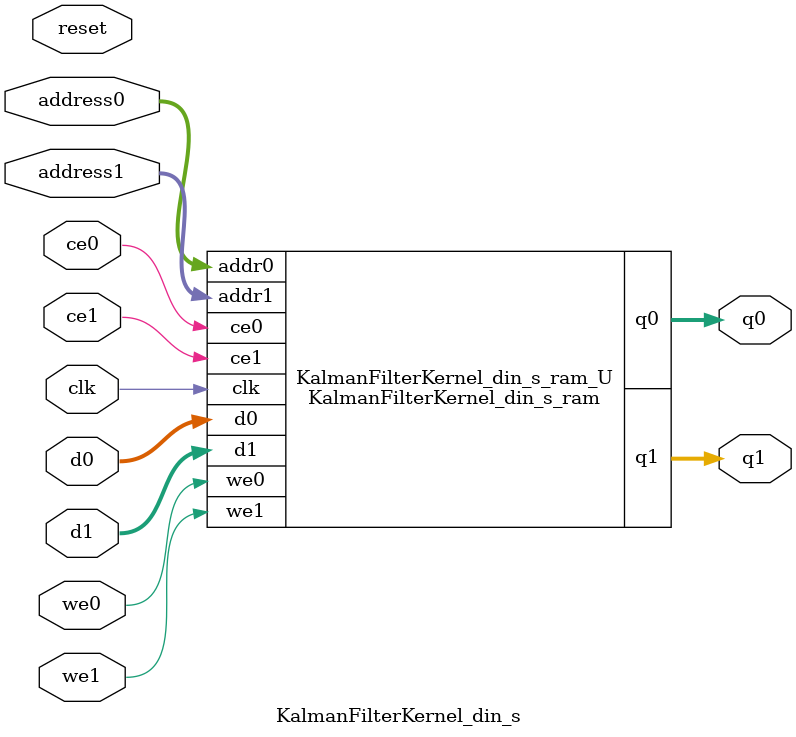
<source format=v>
`timescale 1 ns / 1 ps
module KalmanFilterKernel_din_s_ram (addr0, ce0, d0, we0, q0, addr1, ce1, d1, we1, q1,  clk);

parameter DWIDTH = 32;
parameter AWIDTH = 3;
parameter MEM_SIZE = 6;

input[AWIDTH-1:0] addr0;
input ce0;
input[DWIDTH-1:0] d0;
input we0;
output reg[DWIDTH-1:0] q0;
input[AWIDTH-1:0] addr1;
input ce1;
input[DWIDTH-1:0] d1;
input we1;
output reg[DWIDTH-1:0] q1;
input clk;

reg [DWIDTH-1:0] ram[0:MEM_SIZE-1];




always @(posedge clk)  
begin 
    if (ce0) begin
        if (we0) 
            ram[addr0] <= d0; 
        q0 <= ram[addr0];
    end
end


always @(posedge clk)  
begin 
    if (ce1) begin
        if (we1) 
            ram[addr1] <= d1; 
        q1 <= ram[addr1];
    end
end


endmodule

`timescale 1 ns / 1 ps
module KalmanFilterKernel_din_s(
    reset,
    clk,
    address0,
    ce0,
    we0,
    d0,
    q0,
    address1,
    ce1,
    we1,
    d1,
    q1);

parameter DataWidth = 32'd32;
parameter AddressRange = 32'd6;
parameter AddressWidth = 32'd3;
input reset;
input clk;
input[AddressWidth - 1:0] address0;
input ce0;
input we0;
input[DataWidth - 1:0] d0;
output[DataWidth - 1:0] q0;
input[AddressWidth - 1:0] address1;
input ce1;
input we1;
input[DataWidth - 1:0] d1;
output[DataWidth - 1:0] q1;



KalmanFilterKernel_din_s_ram KalmanFilterKernel_din_s_ram_U(
    .clk( clk ),
    .addr0( address0 ),
    .ce0( ce0 ),
    .we0( we0 ),
    .d0( d0 ),
    .q0( q0 ),
    .addr1( address1 ),
    .ce1( ce1 ),
    .we1( we1 ),
    .d1( d1 ),
    .q1( q1 ));

endmodule


</source>
